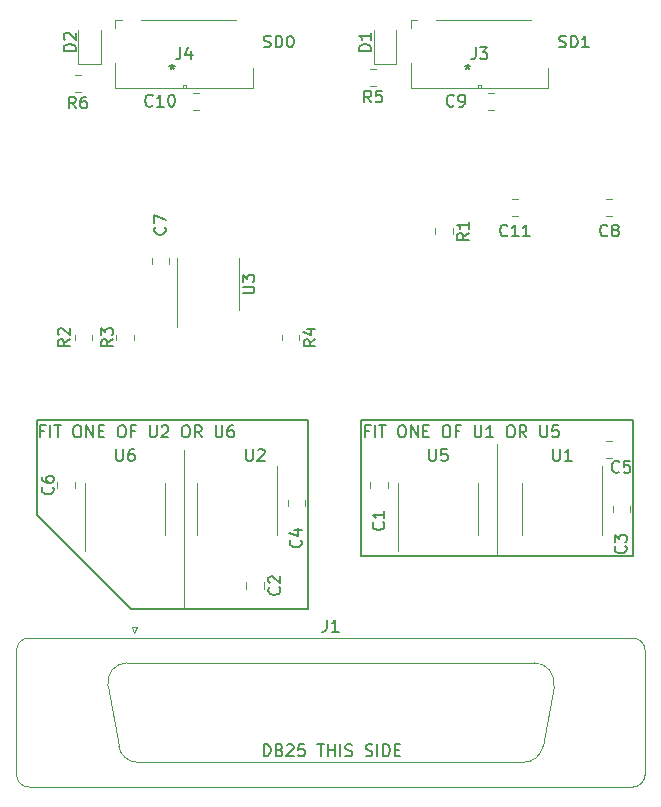
<source format=gbr>
%TF.GenerationSoftware,KiCad,Pcbnew,5.1.9+dfsg1-1*%
%TF.CreationDate,2023-01-11T12:06:23+00:00*%
%TF.ProjectId,Atari_ST_HDD_EMULATOR,41746172-695f-4535-945f-4844445f454d,1.0_dh219*%
%TF.SameCoordinates,Original*%
%TF.FileFunction,Legend,Top*%
%TF.FilePolarity,Positive*%
%FSLAX46Y46*%
G04 Gerber Fmt 4.6, Leading zero omitted, Abs format (unit mm)*
G04 Created by KiCad (PCBNEW 5.1.9+dfsg1-1) date 2023-01-11 12:06:23*
%MOMM*%
%LPD*%
G01*
G04 APERTURE LIST*
%ADD10C,0.070000*%
%ADD11C,0.150000*%
%ADD12C,0.120000*%
G04 APERTURE END LIST*
D10*
X142000000Y-100500000D02*
X142000000Y-87000000D01*
X168500000Y-96000000D02*
X168500000Y-86500000D01*
D11*
X157642857Y-85428571D02*
X157309523Y-85428571D01*
X157309523Y-85952380D02*
X157309523Y-84952380D01*
X157785714Y-84952380D01*
X158166666Y-85952380D02*
X158166666Y-84952380D01*
X158500000Y-84952380D02*
X159071428Y-84952380D01*
X158785714Y-85952380D02*
X158785714Y-84952380D01*
X160357142Y-84952380D02*
X160547619Y-84952380D01*
X160642857Y-85000000D01*
X160738095Y-85095238D01*
X160785714Y-85285714D01*
X160785714Y-85619047D01*
X160738095Y-85809523D01*
X160642857Y-85904761D01*
X160547619Y-85952380D01*
X160357142Y-85952380D01*
X160261904Y-85904761D01*
X160166666Y-85809523D01*
X160119047Y-85619047D01*
X160119047Y-85285714D01*
X160166666Y-85095238D01*
X160261904Y-85000000D01*
X160357142Y-84952380D01*
X161214285Y-85952380D02*
X161214285Y-84952380D01*
X161785714Y-85952380D01*
X161785714Y-84952380D01*
X162261904Y-85428571D02*
X162595238Y-85428571D01*
X162738095Y-85952380D02*
X162261904Y-85952380D01*
X162261904Y-84952380D01*
X162738095Y-84952380D01*
X164119047Y-84952380D02*
X164309523Y-84952380D01*
X164404761Y-85000000D01*
X164500000Y-85095238D01*
X164547619Y-85285714D01*
X164547619Y-85619047D01*
X164500000Y-85809523D01*
X164404761Y-85904761D01*
X164309523Y-85952380D01*
X164119047Y-85952380D01*
X164023809Y-85904761D01*
X163928571Y-85809523D01*
X163880952Y-85619047D01*
X163880952Y-85285714D01*
X163928571Y-85095238D01*
X164023809Y-85000000D01*
X164119047Y-84952380D01*
X165309523Y-85428571D02*
X164976190Y-85428571D01*
X164976190Y-85952380D02*
X164976190Y-84952380D01*
X165452380Y-84952380D01*
X166595238Y-84952380D02*
X166595238Y-85761904D01*
X166642857Y-85857142D01*
X166690476Y-85904761D01*
X166785714Y-85952380D01*
X166976190Y-85952380D01*
X167071428Y-85904761D01*
X167119047Y-85857142D01*
X167166666Y-85761904D01*
X167166666Y-84952380D01*
X168166666Y-85952380D02*
X167595238Y-85952380D01*
X167880952Y-85952380D02*
X167880952Y-84952380D01*
X167785714Y-85095238D01*
X167690476Y-85190476D01*
X167595238Y-85238095D01*
X169547619Y-84952380D02*
X169738095Y-84952380D01*
X169833333Y-85000000D01*
X169928571Y-85095238D01*
X169976190Y-85285714D01*
X169976190Y-85619047D01*
X169928571Y-85809523D01*
X169833333Y-85904761D01*
X169738095Y-85952380D01*
X169547619Y-85952380D01*
X169452380Y-85904761D01*
X169357142Y-85809523D01*
X169309523Y-85619047D01*
X169309523Y-85285714D01*
X169357142Y-85095238D01*
X169452380Y-85000000D01*
X169547619Y-84952380D01*
X170976190Y-85952380D02*
X170642857Y-85476190D01*
X170404761Y-85952380D02*
X170404761Y-84952380D01*
X170785714Y-84952380D01*
X170880952Y-85000000D01*
X170928571Y-85047619D01*
X170976190Y-85142857D01*
X170976190Y-85285714D01*
X170928571Y-85380952D01*
X170880952Y-85428571D01*
X170785714Y-85476190D01*
X170404761Y-85476190D01*
X172166666Y-84952380D02*
X172166666Y-85761904D01*
X172214285Y-85857142D01*
X172261904Y-85904761D01*
X172357142Y-85952380D01*
X172547619Y-85952380D01*
X172642857Y-85904761D01*
X172690476Y-85857142D01*
X172738095Y-85761904D01*
X172738095Y-84952380D01*
X173690476Y-84952380D02*
X173214285Y-84952380D01*
X173166666Y-85428571D01*
X173214285Y-85380952D01*
X173309523Y-85333333D01*
X173547619Y-85333333D01*
X173642857Y-85380952D01*
X173690476Y-85428571D01*
X173738095Y-85523809D01*
X173738095Y-85761904D01*
X173690476Y-85857142D01*
X173642857Y-85904761D01*
X173547619Y-85952380D01*
X173309523Y-85952380D01*
X173214285Y-85904761D01*
X173166666Y-85857142D01*
X130142857Y-85428571D02*
X129809523Y-85428571D01*
X129809523Y-85952380D02*
X129809523Y-84952380D01*
X130285714Y-84952380D01*
X130666666Y-85952380D02*
X130666666Y-84952380D01*
X131000000Y-84952380D02*
X131571428Y-84952380D01*
X131285714Y-85952380D02*
X131285714Y-84952380D01*
X132857142Y-84952380D02*
X133047619Y-84952380D01*
X133142857Y-85000000D01*
X133238095Y-85095238D01*
X133285714Y-85285714D01*
X133285714Y-85619047D01*
X133238095Y-85809523D01*
X133142857Y-85904761D01*
X133047619Y-85952380D01*
X132857142Y-85952380D01*
X132761904Y-85904761D01*
X132666666Y-85809523D01*
X132619047Y-85619047D01*
X132619047Y-85285714D01*
X132666666Y-85095238D01*
X132761904Y-85000000D01*
X132857142Y-84952380D01*
X133714285Y-85952380D02*
X133714285Y-84952380D01*
X134285714Y-85952380D01*
X134285714Y-84952380D01*
X134761904Y-85428571D02*
X135095238Y-85428571D01*
X135238095Y-85952380D02*
X134761904Y-85952380D01*
X134761904Y-84952380D01*
X135238095Y-84952380D01*
X136619047Y-84952380D02*
X136809523Y-84952380D01*
X136904761Y-85000000D01*
X137000000Y-85095238D01*
X137047619Y-85285714D01*
X137047619Y-85619047D01*
X137000000Y-85809523D01*
X136904761Y-85904761D01*
X136809523Y-85952380D01*
X136619047Y-85952380D01*
X136523809Y-85904761D01*
X136428571Y-85809523D01*
X136380952Y-85619047D01*
X136380952Y-85285714D01*
X136428571Y-85095238D01*
X136523809Y-85000000D01*
X136619047Y-84952380D01*
X137809523Y-85428571D02*
X137476190Y-85428571D01*
X137476190Y-85952380D02*
X137476190Y-84952380D01*
X137952380Y-84952380D01*
X139095238Y-84952380D02*
X139095238Y-85761904D01*
X139142857Y-85857142D01*
X139190476Y-85904761D01*
X139285714Y-85952380D01*
X139476190Y-85952380D01*
X139571428Y-85904761D01*
X139619047Y-85857142D01*
X139666666Y-85761904D01*
X139666666Y-84952380D01*
X140095238Y-85047619D02*
X140142857Y-85000000D01*
X140238095Y-84952380D01*
X140476190Y-84952380D01*
X140571428Y-85000000D01*
X140619047Y-85047619D01*
X140666666Y-85142857D01*
X140666666Y-85238095D01*
X140619047Y-85380952D01*
X140047619Y-85952380D01*
X140666666Y-85952380D01*
X142047619Y-84952380D02*
X142238095Y-84952380D01*
X142333333Y-85000000D01*
X142428571Y-85095238D01*
X142476190Y-85285714D01*
X142476190Y-85619047D01*
X142428571Y-85809523D01*
X142333333Y-85904761D01*
X142238095Y-85952380D01*
X142047619Y-85952380D01*
X141952380Y-85904761D01*
X141857142Y-85809523D01*
X141809523Y-85619047D01*
X141809523Y-85285714D01*
X141857142Y-85095238D01*
X141952380Y-85000000D01*
X142047619Y-84952380D01*
X143476190Y-85952380D02*
X143142857Y-85476190D01*
X142904761Y-85952380D02*
X142904761Y-84952380D01*
X143285714Y-84952380D01*
X143380952Y-85000000D01*
X143428571Y-85047619D01*
X143476190Y-85142857D01*
X143476190Y-85285714D01*
X143428571Y-85380952D01*
X143380952Y-85428571D01*
X143285714Y-85476190D01*
X142904761Y-85476190D01*
X144666666Y-84952380D02*
X144666666Y-85761904D01*
X144714285Y-85857142D01*
X144761904Y-85904761D01*
X144857142Y-85952380D01*
X145047619Y-85952380D01*
X145142857Y-85904761D01*
X145190476Y-85857142D01*
X145238095Y-85761904D01*
X145238095Y-84952380D01*
X146142857Y-84952380D02*
X145952380Y-84952380D01*
X145857142Y-85000000D01*
X145809523Y-85047619D01*
X145714285Y-85190476D01*
X145666666Y-85380952D01*
X145666666Y-85761904D01*
X145714285Y-85857142D01*
X145761904Y-85904761D01*
X145857142Y-85952380D01*
X146047619Y-85952380D01*
X146142857Y-85904761D01*
X146190476Y-85857142D01*
X146238095Y-85761904D01*
X146238095Y-85523809D01*
X146190476Y-85428571D01*
X146142857Y-85380952D01*
X146047619Y-85333333D01*
X145857142Y-85333333D01*
X145761904Y-85380952D01*
X145714285Y-85428571D01*
X145666666Y-85523809D01*
X157000000Y-84500000D02*
X180000000Y-84500000D01*
X157000000Y-96000000D02*
X157000000Y-84500000D01*
X180000000Y-96000000D02*
X157000000Y-96000000D01*
X180000000Y-84500000D02*
X180000000Y-96000000D01*
X129500000Y-92500000D02*
X129500000Y-84500000D01*
X137500000Y-100500000D02*
X129500000Y-92500000D01*
X152500000Y-100500000D02*
X137500000Y-100500000D01*
X152500000Y-84500000D02*
X152500000Y-100500000D01*
X129500000Y-84500000D02*
X152500000Y-84500000D01*
X148738095Y-112952380D02*
X148738095Y-111952380D01*
X148976190Y-111952380D01*
X149119047Y-112000000D01*
X149214285Y-112095238D01*
X149261904Y-112190476D01*
X149309523Y-112380952D01*
X149309523Y-112523809D01*
X149261904Y-112714285D01*
X149214285Y-112809523D01*
X149119047Y-112904761D01*
X148976190Y-112952380D01*
X148738095Y-112952380D01*
X150071428Y-112428571D02*
X150214285Y-112476190D01*
X150261904Y-112523809D01*
X150309523Y-112619047D01*
X150309523Y-112761904D01*
X150261904Y-112857142D01*
X150214285Y-112904761D01*
X150119047Y-112952380D01*
X149738095Y-112952380D01*
X149738095Y-111952380D01*
X150071428Y-111952380D01*
X150166666Y-112000000D01*
X150214285Y-112047619D01*
X150261904Y-112142857D01*
X150261904Y-112238095D01*
X150214285Y-112333333D01*
X150166666Y-112380952D01*
X150071428Y-112428571D01*
X149738095Y-112428571D01*
X150690476Y-112047619D02*
X150738095Y-112000000D01*
X150833333Y-111952380D01*
X151071428Y-111952380D01*
X151166666Y-112000000D01*
X151214285Y-112047619D01*
X151261904Y-112142857D01*
X151261904Y-112238095D01*
X151214285Y-112380952D01*
X150642857Y-112952380D01*
X151261904Y-112952380D01*
X152166666Y-111952380D02*
X151690476Y-111952380D01*
X151642857Y-112428571D01*
X151690476Y-112380952D01*
X151785714Y-112333333D01*
X152023809Y-112333333D01*
X152119047Y-112380952D01*
X152166666Y-112428571D01*
X152214285Y-112523809D01*
X152214285Y-112761904D01*
X152166666Y-112857142D01*
X152119047Y-112904761D01*
X152023809Y-112952380D01*
X151785714Y-112952380D01*
X151690476Y-112904761D01*
X151642857Y-112857142D01*
X153261904Y-111952380D02*
X153833333Y-111952380D01*
X153547619Y-112952380D02*
X153547619Y-111952380D01*
X154166666Y-112952380D02*
X154166666Y-111952380D01*
X154166666Y-112428571D02*
X154738095Y-112428571D01*
X154738095Y-112952380D02*
X154738095Y-111952380D01*
X155214285Y-112952380D02*
X155214285Y-111952380D01*
X155642857Y-112904761D02*
X155785714Y-112952380D01*
X156023809Y-112952380D01*
X156119047Y-112904761D01*
X156166666Y-112857142D01*
X156214285Y-112761904D01*
X156214285Y-112666666D01*
X156166666Y-112571428D01*
X156119047Y-112523809D01*
X156023809Y-112476190D01*
X155833333Y-112428571D01*
X155738095Y-112380952D01*
X155690476Y-112333333D01*
X155642857Y-112238095D01*
X155642857Y-112142857D01*
X155690476Y-112047619D01*
X155738095Y-112000000D01*
X155833333Y-111952380D01*
X156071428Y-111952380D01*
X156214285Y-112000000D01*
X157357142Y-112904761D02*
X157500000Y-112952380D01*
X157738095Y-112952380D01*
X157833333Y-112904761D01*
X157880952Y-112857142D01*
X157928571Y-112761904D01*
X157928571Y-112666666D01*
X157880952Y-112571428D01*
X157833333Y-112523809D01*
X157738095Y-112476190D01*
X157547619Y-112428571D01*
X157452380Y-112380952D01*
X157404761Y-112333333D01*
X157357142Y-112238095D01*
X157357142Y-112142857D01*
X157404761Y-112047619D01*
X157452380Y-112000000D01*
X157547619Y-111952380D01*
X157785714Y-111952380D01*
X157928571Y-112000000D01*
X158357142Y-112952380D02*
X158357142Y-111952380D01*
X158833333Y-112952380D02*
X158833333Y-111952380D01*
X159071428Y-111952380D01*
X159214285Y-112000000D01*
X159309523Y-112095238D01*
X159357142Y-112190476D01*
X159404761Y-112380952D01*
X159404761Y-112523809D01*
X159357142Y-112714285D01*
X159309523Y-112809523D01*
X159214285Y-112904761D01*
X159071428Y-112952380D01*
X158833333Y-112952380D01*
X159833333Y-112428571D02*
X160166666Y-112428571D01*
X160309523Y-112952380D02*
X159833333Y-112952380D01*
X159833333Y-111952380D01*
X160309523Y-111952380D01*
X148738095Y-52904761D02*
X148880952Y-52952380D01*
X149119047Y-52952380D01*
X149214285Y-52904761D01*
X149261904Y-52857142D01*
X149309523Y-52761904D01*
X149309523Y-52666666D01*
X149261904Y-52571428D01*
X149214285Y-52523809D01*
X149119047Y-52476190D01*
X148928571Y-52428571D01*
X148833333Y-52380952D01*
X148785714Y-52333333D01*
X148738095Y-52238095D01*
X148738095Y-52142857D01*
X148785714Y-52047619D01*
X148833333Y-52000000D01*
X148928571Y-51952380D01*
X149166666Y-51952380D01*
X149309523Y-52000000D01*
X149738095Y-52952380D02*
X149738095Y-51952380D01*
X149976190Y-51952380D01*
X150119047Y-52000000D01*
X150214285Y-52095238D01*
X150261904Y-52190476D01*
X150309523Y-52380952D01*
X150309523Y-52523809D01*
X150261904Y-52714285D01*
X150214285Y-52809523D01*
X150119047Y-52904761D01*
X149976190Y-52952380D01*
X149738095Y-52952380D01*
X150928571Y-51952380D02*
X151023809Y-51952380D01*
X151119047Y-52000000D01*
X151166666Y-52047619D01*
X151214285Y-52142857D01*
X151261904Y-52333333D01*
X151261904Y-52571428D01*
X151214285Y-52761904D01*
X151166666Y-52857142D01*
X151119047Y-52904761D01*
X151023809Y-52952380D01*
X150928571Y-52952380D01*
X150833333Y-52904761D01*
X150785714Y-52857142D01*
X150738095Y-52761904D01*
X150690476Y-52571428D01*
X150690476Y-52333333D01*
X150738095Y-52142857D01*
X150785714Y-52047619D01*
X150833333Y-52000000D01*
X150928571Y-51952380D01*
X173738095Y-52904761D02*
X173880952Y-52952380D01*
X174119047Y-52952380D01*
X174214285Y-52904761D01*
X174261904Y-52857142D01*
X174309523Y-52761904D01*
X174309523Y-52666666D01*
X174261904Y-52571428D01*
X174214285Y-52523809D01*
X174119047Y-52476190D01*
X173928571Y-52428571D01*
X173833333Y-52380952D01*
X173785714Y-52333333D01*
X173738095Y-52238095D01*
X173738095Y-52142857D01*
X173785714Y-52047619D01*
X173833333Y-52000000D01*
X173928571Y-51952380D01*
X174166666Y-51952380D01*
X174309523Y-52000000D01*
X174738095Y-52952380D02*
X174738095Y-51952380D01*
X174976190Y-51952380D01*
X175119047Y-52000000D01*
X175214285Y-52095238D01*
X175261904Y-52190476D01*
X175309523Y-52380952D01*
X175309523Y-52523809D01*
X175261904Y-52714285D01*
X175214285Y-52809523D01*
X175119047Y-52904761D01*
X174976190Y-52952380D01*
X174738095Y-52952380D01*
X176261904Y-52952380D02*
X175690476Y-52952380D01*
X175976190Y-52952380D02*
X175976190Y-51952380D01*
X175880952Y-52095238D01*
X175785714Y-52190476D01*
X175690476Y-52238095D01*
D12*
%TO.C,U6*%
X140385000Y-92000000D02*
X140385000Y-89800000D01*
X140385000Y-92000000D02*
X140385000Y-94200000D01*
X133615000Y-92000000D02*
X133615000Y-89800000D01*
X133615000Y-92000000D02*
X133615000Y-95600000D01*
%TO.C,U5*%
X166885000Y-92000000D02*
X166885000Y-89800000D01*
X166885000Y-92000000D02*
X166885000Y-94200000D01*
X160115000Y-92000000D02*
X160115000Y-89800000D01*
X160115000Y-92000000D02*
X160115000Y-95600000D01*
%TO.C,C6*%
X132735000Y-89701248D02*
X132735000Y-90223752D01*
X131265000Y-89701248D02*
X131265000Y-90223752D01*
%TO.C,C1*%
X159235000Y-89738748D02*
X159235000Y-90261252D01*
X157765000Y-89738748D02*
X157765000Y-90261252D01*
%TO.C,C2*%
X147265000Y-98238748D02*
X147265000Y-98761252D01*
X148735000Y-98238748D02*
X148735000Y-98761252D01*
%TO.C,C7*%
X139265000Y-70738748D02*
X139265000Y-71261252D01*
X140735000Y-70738748D02*
X140735000Y-71261252D01*
%TO.C,C3*%
X179735000Y-92261252D02*
X179735000Y-91738748D01*
X178265000Y-92261252D02*
X178265000Y-91738748D01*
%TO.C,C4*%
X150765000Y-91238748D02*
X150765000Y-91761252D01*
X152235000Y-91238748D02*
X152235000Y-91761252D01*
%TO.C,C5*%
X177701248Y-87735000D02*
X178223752Y-87735000D01*
X177701248Y-86265000D02*
X178223752Y-86265000D01*
%TO.C,J4*%
X136722360Y-50617100D02*
X136170700Y-50617100D01*
X136170700Y-54237141D02*
X136170700Y-56382900D01*
X142127000Y-56382900D02*
X142127000Y-56128900D01*
X141873000Y-56382900D02*
X142127000Y-56382900D01*
X141873000Y-56128900D02*
X141873000Y-56382900D01*
X142127000Y-56128900D02*
X141873000Y-56128900D01*
X147829300Y-56382900D02*
X147829300Y-54675941D01*
X136170700Y-56382900D02*
X147829300Y-56382900D01*
X136170700Y-50617100D02*
X136170700Y-51318361D01*
X146370324Y-50617100D02*
X138327640Y-50617100D01*
%TO.C,U3*%
X141390000Y-73000000D02*
X141390000Y-76600000D01*
X141390000Y-73000000D02*
X141390000Y-70800000D01*
X146610000Y-73000000D02*
X146610000Y-75200000D01*
X146610000Y-73000000D02*
X146610000Y-70800000D01*
%TO.C,R1*%
X163265000Y-68272936D02*
X163265000Y-68727064D01*
X164735000Y-68272936D02*
X164735000Y-68727064D01*
%TO.C,R4*%
X150265000Y-77272936D02*
X150265000Y-77727064D01*
X151735000Y-77272936D02*
X151735000Y-77727064D01*
%TO.C,R3*%
X136265000Y-77272936D02*
X136265000Y-77727064D01*
X137735000Y-77272936D02*
X137735000Y-77727064D01*
%TO.C,R2*%
X134235000Y-77727064D02*
X134235000Y-77272936D01*
X132765000Y-77727064D02*
X132765000Y-77272936D01*
%TO.C,R5*%
X158227064Y-54765000D02*
X157772936Y-54765000D01*
X158227064Y-56235000D02*
X157772936Y-56235000D01*
%TO.C,R6*%
X133227064Y-55265000D02*
X132772936Y-55265000D01*
X133227064Y-56735000D02*
X132772936Y-56735000D01*
%TO.C,D1*%
X159960000Y-54360000D02*
X159960000Y-51500000D01*
X158040000Y-54360000D02*
X159960000Y-54360000D01*
X158040000Y-51500000D02*
X158040000Y-54360000D01*
%TO.C,D2*%
X134960000Y-54360000D02*
X134960000Y-51500000D01*
X133040000Y-54360000D02*
X134960000Y-54360000D01*
X133040000Y-51500000D02*
X133040000Y-54360000D01*
%TO.C,C10*%
X142738748Y-58235000D02*
X143261252Y-58235000D01*
X142738748Y-56765000D02*
X143261252Y-56765000D01*
%TO.C,C9*%
X167738748Y-58235000D02*
X168261252Y-58235000D01*
X167738748Y-56765000D02*
X168261252Y-56765000D01*
%TO.C,C11*%
X169738748Y-67235000D02*
X170261252Y-67235000D01*
X169738748Y-65765000D02*
X170261252Y-65765000D01*
%TO.C,C8*%
X178261252Y-65765000D02*
X177738748Y-65765000D01*
X178261252Y-67235000D02*
X177738748Y-67235000D01*
%TO.C,U2*%
X149885000Y-92000000D02*
X149885000Y-88400000D01*
X149885000Y-92000000D02*
X149885000Y-94200000D01*
X143115000Y-92000000D02*
X143115000Y-89800000D01*
X143115000Y-92000000D02*
X143115000Y-94200000D01*
%TO.C,U1*%
X177385000Y-92000000D02*
X177385000Y-88400000D01*
X177385000Y-92000000D02*
X177385000Y-94200000D01*
X170615000Y-92000000D02*
X170615000Y-89800000D01*
X170615000Y-92000000D02*
X170615000Y-94200000D01*
%TO.C,J3*%
X161722360Y-50617100D02*
X161170700Y-50617100D01*
X161170700Y-54237141D02*
X161170700Y-56382900D01*
X167127000Y-56382900D02*
X167127000Y-56128900D01*
X166873000Y-56382900D02*
X167127000Y-56382900D01*
X166873000Y-56128900D02*
X166873000Y-56382900D01*
X167127000Y-56128900D02*
X166873000Y-56128900D01*
X172829300Y-56382900D02*
X172829300Y-54675941D01*
X161170700Y-56382900D02*
X172829300Y-56382900D01*
X161170700Y-50617100D02*
X161170700Y-51318361D01*
X171370324Y-50617100D02*
X163327640Y-50617100D01*
%TO.C,J1*%
X135543530Y-106997594D02*
X136442798Y-112097594D01*
X173276470Y-106997594D02*
X172377202Y-112097594D01*
X138077579Y-113469338D02*
X170742421Y-113469338D01*
X137178311Y-105049338D02*
X171641689Y-105049338D01*
X137790000Y-102488013D02*
X137540000Y-102055000D01*
X138040000Y-102055000D02*
X137790000Y-102488013D01*
X137540000Y-102055000D02*
X138040000Y-102055000D01*
X127800000Y-114509338D02*
X127800000Y-104009338D01*
X179960000Y-115569338D02*
X128860000Y-115569338D01*
X181020000Y-104009338D02*
X181020000Y-114509338D01*
X128860000Y-102949338D02*
X179960000Y-102949338D01*
X172377202Y-112097594D02*
G75*
G02*
X170742421Y-113469338I-1634781J288256D01*
G01*
X136442798Y-112097594D02*
G75*
G03*
X138077579Y-113469338I1634781J288256D01*
G01*
X173276470Y-106997594D02*
G75*
G03*
X171641689Y-105049338I-1634781J288256D01*
G01*
X135543530Y-106997594D02*
G75*
G02*
X137178311Y-105049338I1634781J288256D01*
G01*
X179960000Y-115569338D02*
G75*
G03*
X181020000Y-114509338I0J1060000D01*
G01*
X128860000Y-115569338D02*
G75*
G02*
X127800000Y-114509338I0J1060000D01*
G01*
X181020000Y-104009338D02*
G75*
G03*
X179960000Y-102949338I-1060000J0D01*
G01*
X128860000Y-102949338D02*
G75*
G03*
X127800000Y-104009338I0J-1060000D01*
G01*
%TO.C,U6*%
D11*
X136238095Y-86952380D02*
X136238095Y-87761904D01*
X136285714Y-87857142D01*
X136333333Y-87904761D01*
X136428571Y-87952380D01*
X136619047Y-87952380D01*
X136714285Y-87904761D01*
X136761904Y-87857142D01*
X136809523Y-87761904D01*
X136809523Y-86952380D01*
X137714285Y-86952380D02*
X137523809Y-86952380D01*
X137428571Y-87000000D01*
X137380952Y-87047619D01*
X137285714Y-87190476D01*
X137238095Y-87380952D01*
X137238095Y-87761904D01*
X137285714Y-87857142D01*
X137333333Y-87904761D01*
X137428571Y-87952380D01*
X137619047Y-87952380D01*
X137714285Y-87904761D01*
X137761904Y-87857142D01*
X137809523Y-87761904D01*
X137809523Y-87523809D01*
X137761904Y-87428571D01*
X137714285Y-87380952D01*
X137619047Y-87333333D01*
X137428571Y-87333333D01*
X137333333Y-87380952D01*
X137285714Y-87428571D01*
X137238095Y-87523809D01*
%TO.C,U5*%
X162738095Y-86952380D02*
X162738095Y-87761904D01*
X162785714Y-87857142D01*
X162833333Y-87904761D01*
X162928571Y-87952380D01*
X163119047Y-87952380D01*
X163214285Y-87904761D01*
X163261904Y-87857142D01*
X163309523Y-87761904D01*
X163309523Y-86952380D01*
X164261904Y-86952380D02*
X163785714Y-86952380D01*
X163738095Y-87428571D01*
X163785714Y-87380952D01*
X163880952Y-87333333D01*
X164119047Y-87333333D01*
X164214285Y-87380952D01*
X164261904Y-87428571D01*
X164309523Y-87523809D01*
X164309523Y-87761904D01*
X164261904Y-87857142D01*
X164214285Y-87904761D01*
X164119047Y-87952380D01*
X163880952Y-87952380D01*
X163785714Y-87904761D01*
X163738095Y-87857142D01*
%TO.C,C6*%
X130857142Y-90166666D02*
X130904761Y-90214285D01*
X130952380Y-90357142D01*
X130952380Y-90452380D01*
X130904761Y-90595238D01*
X130809523Y-90690476D01*
X130714285Y-90738095D01*
X130523809Y-90785714D01*
X130380952Y-90785714D01*
X130190476Y-90738095D01*
X130095238Y-90690476D01*
X130000000Y-90595238D01*
X129952380Y-90452380D01*
X129952380Y-90357142D01*
X130000000Y-90214285D01*
X130047619Y-90166666D01*
X129952380Y-89309523D02*
X129952380Y-89500000D01*
X130000000Y-89595238D01*
X130047619Y-89642857D01*
X130190476Y-89738095D01*
X130380952Y-89785714D01*
X130761904Y-89785714D01*
X130857142Y-89738095D01*
X130904761Y-89690476D01*
X130952380Y-89595238D01*
X130952380Y-89404761D01*
X130904761Y-89309523D01*
X130857142Y-89261904D01*
X130761904Y-89214285D01*
X130523809Y-89214285D01*
X130428571Y-89261904D01*
X130380952Y-89309523D01*
X130333333Y-89404761D01*
X130333333Y-89595238D01*
X130380952Y-89690476D01*
X130428571Y-89738095D01*
X130523809Y-89785714D01*
%TO.C,C1*%
X158857142Y-93166666D02*
X158904761Y-93214285D01*
X158952380Y-93357142D01*
X158952380Y-93452380D01*
X158904761Y-93595238D01*
X158809523Y-93690476D01*
X158714285Y-93738095D01*
X158523809Y-93785714D01*
X158380952Y-93785714D01*
X158190476Y-93738095D01*
X158095238Y-93690476D01*
X158000000Y-93595238D01*
X157952380Y-93452380D01*
X157952380Y-93357142D01*
X158000000Y-93214285D01*
X158047619Y-93166666D01*
X158952380Y-92214285D02*
X158952380Y-92785714D01*
X158952380Y-92500000D02*
X157952380Y-92500000D01*
X158095238Y-92595238D01*
X158190476Y-92690476D01*
X158238095Y-92785714D01*
%TO.C,C2*%
X150037142Y-98666666D02*
X150084761Y-98714285D01*
X150132380Y-98857142D01*
X150132380Y-98952380D01*
X150084761Y-99095238D01*
X149989523Y-99190476D01*
X149894285Y-99238095D01*
X149703809Y-99285714D01*
X149560952Y-99285714D01*
X149370476Y-99238095D01*
X149275238Y-99190476D01*
X149180000Y-99095238D01*
X149132380Y-98952380D01*
X149132380Y-98857142D01*
X149180000Y-98714285D01*
X149227619Y-98666666D01*
X149227619Y-98285714D02*
X149180000Y-98238095D01*
X149132380Y-98142857D01*
X149132380Y-97904761D01*
X149180000Y-97809523D01*
X149227619Y-97761904D01*
X149322857Y-97714285D01*
X149418095Y-97714285D01*
X149560952Y-97761904D01*
X150132380Y-98333333D01*
X150132380Y-97714285D01*
%TO.C,C7*%
X140357142Y-68166666D02*
X140404761Y-68214285D01*
X140452380Y-68357142D01*
X140452380Y-68452380D01*
X140404761Y-68595238D01*
X140309523Y-68690476D01*
X140214285Y-68738095D01*
X140023809Y-68785714D01*
X139880952Y-68785714D01*
X139690476Y-68738095D01*
X139595238Y-68690476D01*
X139500000Y-68595238D01*
X139452380Y-68452380D01*
X139452380Y-68357142D01*
X139500000Y-68214285D01*
X139547619Y-68166666D01*
X139452380Y-67833333D02*
X139452380Y-67166666D01*
X140452380Y-67595238D01*
%TO.C,C3*%
X179357142Y-95166666D02*
X179404761Y-95214285D01*
X179452380Y-95357142D01*
X179452380Y-95452380D01*
X179404761Y-95595238D01*
X179309523Y-95690476D01*
X179214285Y-95738095D01*
X179023809Y-95785714D01*
X178880952Y-95785714D01*
X178690476Y-95738095D01*
X178595238Y-95690476D01*
X178500000Y-95595238D01*
X178452380Y-95452380D01*
X178452380Y-95357142D01*
X178500000Y-95214285D01*
X178547619Y-95166666D01*
X178452380Y-94833333D02*
X178452380Y-94214285D01*
X178833333Y-94547619D01*
X178833333Y-94404761D01*
X178880952Y-94309523D01*
X178928571Y-94261904D01*
X179023809Y-94214285D01*
X179261904Y-94214285D01*
X179357142Y-94261904D01*
X179404761Y-94309523D01*
X179452380Y-94404761D01*
X179452380Y-94690476D01*
X179404761Y-94785714D01*
X179357142Y-94833333D01*
%TO.C,C4*%
X151857142Y-94666666D02*
X151904761Y-94714285D01*
X151952380Y-94857142D01*
X151952380Y-94952380D01*
X151904761Y-95095238D01*
X151809523Y-95190476D01*
X151714285Y-95238095D01*
X151523809Y-95285714D01*
X151380952Y-95285714D01*
X151190476Y-95238095D01*
X151095238Y-95190476D01*
X151000000Y-95095238D01*
X150952380Y-94952380D01*
X150952380Y-94857142D01*
X151000000Y-94714285D01*
X151047619Y-94666666D01*
X151285714Y-93809523D02*
X151952380Y-93809523D01*
X150904761Y-94047619D02*
X151619047Y-94285714D01*
X151619047Y-93666666D01*
%TO.C,C5*%
X178833333Y-88857142D02*
X178785714Y-88904761D01*
X178642857Y-88952380D01*
X178547619Y-88952380D01*
X178404761Y-88904761D01*
X178309523Y-88809523D01*
X178261904Y-88714285D01*
X178214285Y-88523809D01*
X178214285Y-88380952D01*
X178261904Y-88190476D01*
X178309523Y-88095238D01*
X178404761Y-88000000D01*
X178547619Y-87952380D01*
X178642857Y-87952380D01*
X178785714Y-88000000D01*
X178833333Y-88047619D01*
X179738095Y-87952380D02*
X179261904Y-87952380D01*
X179214285Y-88428571D01*
X179261904Y-88380952D01*
X179357142Y-88333333D01*
X179595238Y-88333333D01*
X179690476Y-88380952D01*
X179738095Y-88428571D01*
X179785714Y-88523809D01*
X179785714Y-88761904D01*
X179738095Y-88857142D01*
X179690476Y-88904761D01*
X179595238Y-88952380D01*
X179357142Y-88952380D01*
X179261904Y-88904761D01*
X179214285Y-88857142D01*
%TO.C,J4*%
X141666666Y-52952380D02*
X141666666Y-53666666D01*
X141619047Y-53809523D01*
X141523809Y-53904761D01*
X141380952Y-53952380D01*
X141285714Y-53952380D01*
X142571428Y-53285714D02*
X142571428Y-53952380D01*
X142333333Y-52904761D02*
X142095238Y-53619047D01*
X142714285Y-53619047D01*
X140989999Y-54383280D02*
X140989999Y-54621376D01*
X140751903Y-54526138D02*
X140989999Y-54621376D01*
X141228094Y-54526138D01*
X140847141Y-54811852D02*
X140989999Y-54621376D01*
X141132856Y-54811852D01*
X140989999Y-54383280D02*
X140989999Y-54621376D01*
X140751903Y-54526138D02*
X140989999Y-54621376D01*
X141228094Y-54526138D01*
X140847141Y-54811852D02*
X140989999Y-54621376D01*
X141132856Y-54811852D01*
%TO.C,U3*%
X146952380Y-73761904D02*
X147761904Y-73761904D01*
X147857142Y-73714285D01*
X147904761Y-73666666D01*
X147952380Y-73571428D01*
X147952380Y-73380952D01*
X147904761Y-73285714D01*
X147857142Y-73238095D01*
X147761904Y-73190476D01*
X146952380Y-73190476D01*
X146952380Y-72809523D02*
X146952380Y-72190476D01*
X147333333Y-72523809D01*
X147333333Y-72380952D01*
X147380952Y-72285714D01*
X147428571Y-72238095D01*
X147523809Y-72190476D01*
X147761904Y-72190476D01*
X147857142Y-72238095D01*
X147904761Y-72285714D01*
X147952380Y-72380952D01*
X147952380Y-72666666D01*
X147904761Y-72761904D01*
X147857142Y-72809523D01*
%TO.C,R1*%
X166102380Y-68666666D02*
X165626190Y-69000000D01*
X166102380Y-69238095D02*
X165102380Y-69238095D01*
X165102380Y-68857142D01*
X165150000Y-68761904D01*
X165197619Y-68714285D01*
X165292857Y-68666666D01*
X165435714Y-68666666D01*
X165530952Y-68714285D01*
X165578571Y-68761904D01*
X165626190Y-68857142D01*
X165626190Y-69238095D01*
X166102380Y-67714285D02*
X166102380Y-68285714D01*
X166102380Y-68000000D02*
X165102380Y-68000000D01*
X165245238Y-68095238D01*
X165340476Y-68190476D01*
X165388095Y-68285714D01*
%TO.C,R4*%
X153102380Y-77666666D02*
X152626190Y-78000000D01*
X153102380Y-78238095D02*
X152102380Y-78238095D01*
X152102380Y-77857142D01*
X152150000Y-77761904D01*
X152197619Y-77714285D01*
X152292857Y-77666666D01*
X152435714Y-77666666D01*
X152530952Y-77714285D01*
X152578571Y-77761904D01*
X152626190Y-77857142D01*
X152626190Y-78238095D01*
X152435714Y-76809523D02*
X153102380Y-76809523D01*
X152054761Y-77047619D02*
X152769047Y-77285714D01*
X152769047Y-76666666D01*
%TO.C,R3*%
X135952380Y-77666666D02*
X135476190Y-78000000D01*
X135952380Y-78238095D02*
X134952380Y-78238095D01*
X134952380Y-77857142D01*
X135000000Y-77761904D01*
X135047619Y-77714285D01*
X135142857Y-77666666D01*
X135285714Y-77666666D01*
X135380952Y-77714285D01*
X135428571Y-77761904D01*
X135476190Y-77857142D01*
X135476190Y-78238095D01*
X134952380Y-77333333D02*
X134952380Y-76714285D01*
X135333333Y-77047619D01*
X135333333Y-76904761D01*
X135380952Y-76809523D01*
X135428571Y-76761904D01*
X135523809Y-76714285D01*
X135761904Y-76714285D01*
X135857142Y-76761904D01*
X135904761Y-76809523D01*
X135952380Y-76904761D01*
X135952380Y-77190476D01*
X135904761Y-77285714D01*
X135857142Y-77333333D01*
%TO.C,R2*%
X132302380Y-77666666D02*
X131826190Y-78000000D01*
X132302380Y-78238095D02*
X131302380Y-78238095D01*
X131302380Y-77857142D01*
X131350000Y-77761904D01*
X131397619Y-77714285D01*
X131492857Y-77666666D01*
X131635714Y-77666666D01*
X131730952Y-77714285D01*
X131778571Y-77761904D01*
X131826190Y-77857142D01*
X131826190Y-78238095D01*
X131397619Y-77285714D02*
X131350000Y-77238095D01*
X131302380Y-77142857D01*
X131302380Y-76904761D01*
X131350000Y-76809523D01*
X131397619Y-76761904D01*
X131492857Y-76714285D01*
X131588095Y-76714285D01*
X131730952Y-76761904D01*
X132302380Y-77333333D01*
X132302380Y-76714285D01*
%TO.C,R5*%
X157833333Y-57602380D02*
X157500000Y-57126190D01*
X157261904Y-57602380D02*
X157261904Y-56602380D01*
X157642857Y-56602380D01*
X157738095Y-56650000D01*
X157785714Y-56697619D01*
X157833333Y-56792857D01*
X157833333Y-56935714D01*
X157785714Y-57030952D01*
X157738095Y-57078571D01*
X157642857Y-57126190D01*
X157261904Y-57126190D01*
X158738095Y-56602380D02*
X158261904Y-56602380D01*
X158214285Y-57078571D01*
X158261904Y-57030952D01*
X158357142Y-56983333D01*
X158595238Y-56983333D01*
X158690476Y-57030952D01*
X158738095Y-57078571D01*
X158785714Y-57173809D01*
X158785714Y-57411904D01*
X158738095Y-57507142D01*
X158690476Y-57554761D01*
X158595238Y-57602380D01*
X158357142Y-57602380D01*
X158261904Y-57554761D01*
X158214285Y-57507142D01*
%TO.C,R6*%
X132833333Y-58102380D02*
X132500000Y-57626190D01*
X132261904Y-58102380D02*
X132261904Y-57102380D01*
X132642857Y-57102380D01*
X132738095Y-57150000D01*
X132785714Y-57197619D01*
X132833333Y-57292857D01*
X132833333Y-57435714D01*
X132785714Y-57530952D01*
X132738095Y-57578571D01*
X132642857Y-57626190D01*
X132261904Y-57626190D01*
X133690476Y-57102380D02*
X133500000Y-57102380D01*
X133404761Y-57150000D01*
X133357142Y-57197619D01*
X133261904Y-57340476D01*
X133214285Y-57530952D01*
X133214285Y-57911904D01*
X133261904Y-58007142D01*
X133309523Y-58054761D01*
X133404761Y-58102380D01*
X133595238Y-58102380D01*
X133690476Y-58054761D01*
X133738095Y-58007142D01*
X133785714Y-57911904D01*
X133785714Y-57673809D01*
X133738095Y-57578571D01*
X133690476Y-57530952D01*
X133595238Y-57483333D01*
X133404761Y-57483333D01*
X133309523Y-57530952D01*
X133261904Y-57578571D01*
X133214285Y-57673809D01*
%TO.C,D1*%
X157802380Y-53238095D02*
X156802380Y-53238095D01*
X156802380Y-53000000D01*
X156850000Y-52857142D01*
X156945238Y-52761904D01*
X157040476Y-52714285D01*
X157230952Y-52666666D01*
X157373809Y-52666666D01*
X157564285Y-52714285D01*
X157659523Y-52761904D01*
X157754761Y-52857142D01*
X157802380Y-53000000D01*
X157802380Y-53238095D01*
X157802380Y-51714285D02*
X157802380Y-52285714D01*
X157802380Y-52000000D02*
X156802380Y-52000000D01*
X156945238Y-52095238D01*
X157040476Y-52190476D01*
X157088095Y-52285714D01*
%TO.C,D2*%
X132802380Y-53238095D02*
X131802380Y-53238095D01*
X131802380Y-53000000D01*
X131850000Y-52857142D01*
X131945238Y-52761904D01*
X132040476Y-52714285D01*
X132230952Y-52666666D01*
X132373809Y-52666666D01*
X132564285Y-52714285D01*
X132659523Y-52761904D01*
X132754761Y-52857142D01*
X132802380Y-53000000D01*
X132802380Y-53238095D01*
X131897619Y-52285714D02*
X131850000Y-52238095D01*
X131802380Y-52142857D01*
X131802380Y-51904761D01*
X131850000Y-51809523D01*
X131897619Y-51761904D01*
X131992857Y-51714285D01*
X132088095Y-51714285D01*
X132230952Y-51761904D01*
X132802380Y-52333333D01*
X132802380Y-51714285D01*
%TO.C,C10*%
X139319642Y-57857142D02*
X139272023Y-57904761D01*
X139129166Y-57952380D01*
X139033928Y-57952380D01*
X138891071Y-57904761D01*
X138795833Y-57809523D01*
X138748214Y-57714285D01*
X138700595Y-57523809D01*
X138700595Y-57380952D01*
X138748214Y-57190476D01*
X138795833Y-57095238D01*
X138891071Y-57000000D01*
X139033928Y-56952380D01*
X139129166Y-56952380D01*
X139272023Y-57000000D01*
X139319642Y-57047619D01*
X140272023Y-57952380D02*
X139700595Y-57952380D01*
X139986309Y-57952380D02*
X139986309Y-56952380D01*
X139891071Y-57095238D01*
X139795833Y-57190476D01*
X139700595Y-57238095D01*
X140891071Y-56952380D02*
X140986309Y-56952380D01*
X141081547Y-57000000D01*
X141129166Y-57047619D01*
X141176785Y-57142857D01*
X141224404Y-57333333D01*
X141224404Y-57571428D01*
X141176785Y-57761904D01*
X141129166Y-57857142D01*
X141081547Y-57904761D01*
X140986309Y-57952380D01*
X140891071Y-57952380D01*
X140795833Y-57904761D01*
X140748214Y-57857142D01*
X140700595Y-57761904D01*
X140652976Y-57571428D01*
X140652976Y-57333333D01*
X140700595Y-57142857D01*
X140748214Y-57047619D01*
X140795833Y-57000000D01*
X140891071Y-56952380D01*
%TO.C,C9*%
X164833333Y-57857142D02*
X164785714Y-57904761D01*
X164642857Y-57952380D01*
X164547619Y-57952380D01*
X164404761Y-57904761D01*
X164309523Y-57809523D01*
X164261904Y-57714285D01*
X164214285Y-57523809D01*
X164214285Y-57380952D01*
X164261904Y-57190476D01*
X164309523Y-57095238D01*
X164404761Y-57000000D01*
X164547619Y-56952380D01*
X164642857Y-56952380D01*
X164785714Y-57000000D01*
X164833333Y-57047619D01*
X165309523Y-57952380D02*
X165500000Y-57952380D01*
X165595238Y-57904761D01*
X165642857Y-57857142D01*
X165738095Y-57714285D01*
X165785714Y-57523809D01*
X165785714Y-57142857D01*
X165738095Y-57047619D01*
X165690476Y-57000000D01*
X165595238Y-56952380D01*
X165404761Y-56952380D01*
X165309523Y-57000000D01*
X165261904Y-57047619D01*
X165214285Y-57142857D01*
X165214285Y-57380952D01*
X165261904Y-57476190D01*
X165309523Y-57523809D01*
X165404761Y-57571428D01*
X165595238Y-57571428D01*
X165690476Y-57523809D01*
X165738095Y-57476190D01*
X165785714Y-57380952D01*
%TO.C,C11*%
X169357142Y-68857142D02*
X169309523Y-68904761D01*
X169166666Y-68952380D01*
X169071428Y-68952380D01*
X168928571Y-68904761D01*
X168833333Y-68809523D01*
X168785714Y-68714285D01*
X168738095Y-68523809D01*
X168738095Y-68380952D01*
X168785714Y-68190476D01*
X168833333Y-68095238D01*
X168928571Y-68000000D01*
X169071428Y-67952380D01*
X169166666Y-67952380D01*
X169309523Y-68000000D01*
X169357142Y-68047619D01*
X170309523Y-68952380D02*
X169738095Y-68952380D01*
X170023809Y-68952380D02*
X170023809Y-67952380D01*
X169928571Y-68095238D01*
X169833333Y-68190476D01*
X169738095Y-68238095D01*
X171261904Y-68952380D02*
X170690476Y-68952380D01*
X170976190Y-68952380D02*
X170976190Y-67952380D01*
X170880952Y-68095238D01*
X170785714Y-68190476D01*
X170690476Y-68238095D01*
%TO.C,C8*%
X177833333Y-68857142D02*
X177785714Y-68904761D01*
X177642857Y-68952380D01*
X177547619Y-68952380D01*
X177404761Y-68904761D01*
X177309523Y-68809523D01*
X177261904Y-68714285D01*
X177214285Y-68523809D01*
X177214285Y-68380952D01*
X177261904Y-68190476D01*
X177309523Y-68095238D01*
X177404761Y-68000000D01*
X177547619Y-67952380D01*
X177642857Y-67952380D01*
X177785714Y-68000000D01*
X177833333Y-68047619D01*
X178404761Y-68380952D02*
X178309523Y-68333333D01*
X178261904Y-68285714D01*
X178214285Y-68190476D01*
X178214285Y-68142857D01*
X178261904Y-68047619D01*
X178309523Y-68000000D01*
X178404761Y-67952380D01*
X178595238Y-67952380D01*
X178690476Y-68000000D01*
X178738095Y-68047619D01*
X178785714Y-68142857D01*
X178785714Y-68190476D01*
X178738095Y-68285714D01*
X178690476Y-68333333D01*
X178595238Y-68380952D01*
X178404761Y-68380952D01*
X178309523Y-68428571D01*
X178261904Y-68476190D01*
X178214285Y-68571428D01*
X178214285Y-68761904D01*
X178261904Y-68857142D01*
X178309523Y-68904761D01*
X178404761Y-68952380D01*
X178595238Y-68952380D01*
X178690476Y-68904761D01*
X178738095Y-68857142D01*
X178785714Y-68761904D01*
X178785714Y-68571428D01*
X178738095Y-68476190D01*
X178690476Y-68428571D01*
X178595238Y-68380952D01*
%TO.C,U2*%
X147238095Y-86952380D02*
X147238095Y-87761904D01*
X147285714Y-87857142D01*
X147333333Y-87904761D01*
X147428571Y-87952380D01*
X147619047Y-87952380D01*
X147714285Y-87904761D01*
X147761904Y-87857142D01*
X147809523Y-87761904D01*
X147809523Y-86952380D01*
X148238095Y-87047619D02*
X148285714Y-87000000D01*
X148380952Y-86952380D01*
X148619047Y-86952380D01*
X148714285Y-87000000D01*
X148761904Y-87047619D01*
X148809523Y-87142857D01*
X148809523Y-87238095D01*
X148761904Y-87380952D01*
X148190476Y-87952380D01*
X148809523Y-87952380D01*
%TO.C,U1*%
X173238095Y-86952380D02*
X173238095Y-87761904D01*
X173285714Y-87857142D01*
X173333333Y-87904761D01*
X173428571Y-87952380D01*
X173619047Y-87952380D01*
X173714285Y-87904761D01*
X173761904Y-87857142D01*
X173809523Y-87761904D01*
X173809523Y-86952380D01*
X174809523Y-87952380D02*
X174238095Y-87952380D01*
X174523809Y-87952380D02*
X174523809Y-86952380D01*
X174428571Y-87095238D01*
X174333333Y-87190476D01*
X174238095Y-87238095D01*
%TO.C,J3*%
X166666666Y-52952380D02*
X166666666Y-53666666D01*
X166619047Y-53809523D01*
X166523809Y-53904761D01*
X166380952Y-53952380D01*
X166285714Y-53952380D01*
X167047619Y-52952380D02*
X167666666Y-52952380D01*
X167333333Y-53333333D01*
X167476190Y-53333333D01*
X167571428Y-53380952D01*
X167619047Y-53428571D01*
X167666666Y-53523809D01*
X167666666Y-53761904D01*
X167619047Y-53857142D01*
X167571428Y-53904761D01*
X167476190Y-53952380D01*
X167190476Y-53952380D01*
X167095238Y-53904761D01*
X167047619Y-53857142D01*
X165989999Y-54383280D02*
X165989999Y-54621376D01*
X165751903Y-54526138D02*
X165989999Y-54621376D01*
X166228094Y-54526138D01*
X165847141Y-54811852D02*
X165989999Y-54621376D01*
X166132856Y-54811852D01*
X165989999Y-54383280D02*
X165989999Y-54621376D01*
X165751903Y-54526138D02*
X165989999Y-54621376D01*
X166228094Y-54526138D01*
X165847141Y-54811852D02*
X165989999Y-54621376D01*
X166132856Y-54811852D01*
%TO.C,J1*%
X154076666Y-101401718D02*
X154076666Y-102116004D01*
X154029047Y-102258861D01*
X153933809Y-102354099D01*
X153790952Y-102401718D01*
X153695714Y-102401718D01*
X155076666Y-102401718D02*
X154505238Y-102401718D01*
X154790952Y-102401718D02*
X154790952Y-101401718D01*
X154695714Y-101544576D01*
X154600476Y-101639814D01*
X154505238Y-101687433D01*
%TD*%
M02*

</source>
